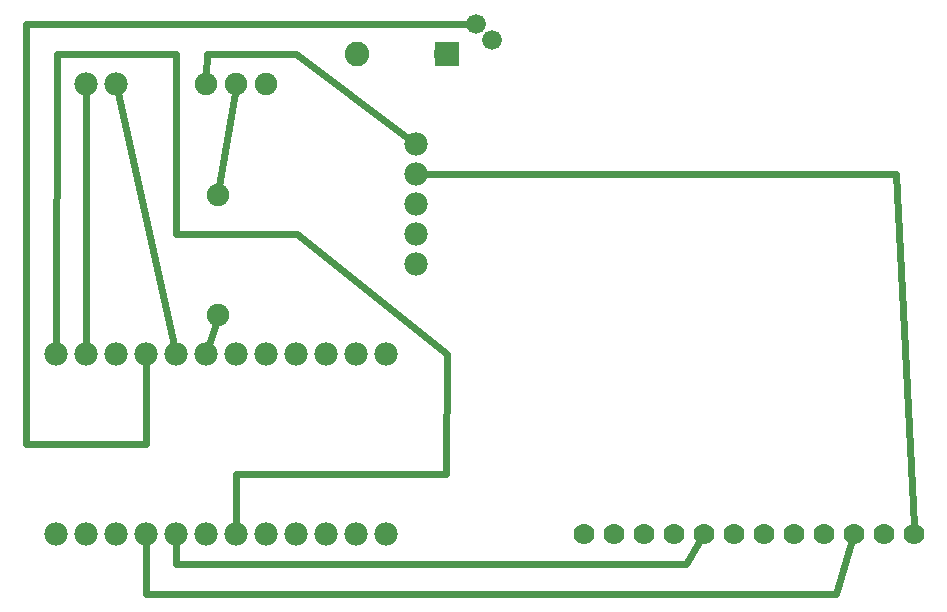
<source format=gbl>
G04 MADE WITH FRITZING*
G04 WWW.FRITZING.ORG*
G04 DOUBLE SIDED*
G04 HOLES PLATED*
G04 CONTOUR ON CENTER OF CONTOUR VECTOR*
%ASAXBY*%
%FSLAX23Y23*%
%MOIN*%
%OFA0B0*%
%SFA1.0B1.0*%
%ADD10C,0.066000*%
%ADD11C,0.078000*%
%ADD12C,0.070000*%
%ADD13C,0.075000*%
%ADD14C,0.082000*%
%ADD15R,0.082000X0.082000*%
%ADD16C,0.024000*%
%LNCOPPER0*%
G90*
G70*
G54D10*
X1549Y1944D03*
X1602Y1891D03*
G54D11*
X149Y244D03*
X249Y244D03*
X349Y244D03*
X449Y244D03*
X549Y244D03*
X649Y244D03*
X749Y244D03*
X849Y244D03*
X949Y244D03*
X1049Y244D03*
X1149Y244D03*
X1249Y244D03*
X149Y844D03*
X249Y844D03*
X349Y844D03*
X449Y844D03*
X549Y844D03*
X649Y844D03*
X749Y844D03*
X849Y844D03*
X949Y844D03*
X1049Y844D03*
X1149Y844D03*
X1249Y844D03*
X1349Y1544D03*
X1349Y1444D03*
X1349Y1344D03*
X1349Y1244D03*
X1349Y1144D03*
X349Y1744D03*
X249Y1744D03*
G54D12*
X3008Y244D03*
X2908Y244D03*
X2808Y244D03*
X2708Y244D03*
X2608Y244D03*
X2508Y244D03*
X2408Y244D03*
X2308Y244D03*
X2208Y244D03*
X2108Y244D03*
X2008Y244D03*
X1908Y244D03*
G54D13*
X849Y1744D03*
X749Y1744D03*
X649Y1744D03*
G54D14*
X1449Y1844D03*
X1151Y1844D03*
G54D13*
X688Y975D03*
X688Y1375D03*
G54D15*
X1450Y1844D03*
G54D16*
X747Y443D02*
X749Y275D01*
D02*
X1448Y444D02*
X747Y443D01*
D02*
X1450Y844D02*
X1448Y444D01*
D02*
X950Y1246D02*
X1450Y844D01*
D02*
X548Y1246D02*
X950Y1246D01*
D02*
X548Y1843D02*
X548Y1246D01*
D02*
X151Y1843D02*
X548Y1843D01*
D02*
X149Y875D02*
X151Y1843D01*
D02*
X249Y1714D02*
X249Y875D01*
D02*
X355Y1715D02*
X542Y874D01*
D02*
X2947Y1443D02*
X1379Y1444D01*
D02*
X3006Y275D02*
X2947Y1443D01*
D02*
X548Y146D02*
X549Y214D01*
D02*
X2249Y146D02*
X548Y146D01*
D02*
X2292Y218D02*
X2249Y146D01*
D02*
X447Y45D02*
X448Y214D01*
D02*
X2749Y45D02*
X447Y45D01*
D02*
X2799Y215D02*
X2749Y45D01*
D02*
X48Y1943D02*
X49Y544D01*
D02*
X49Y544D02*
X449Y544D01*
D02*
X449Y544D02*
X449Y814D01*
D02*
X680Y948D02*
X657Y873D01*
D02*
X744Y1716D02*
X692Y1404D01*
D02*
X650Y1846D02*
X947Y1846D01*
D02*
X947Y1846D02*
X1325Y1562D01*
D02*
X649Y1773D02*
X650Y1846D01*
D02*
X48Y1943D02*
X1522Y1944D01*
G04 End of Copper0*
M02*
</source>
